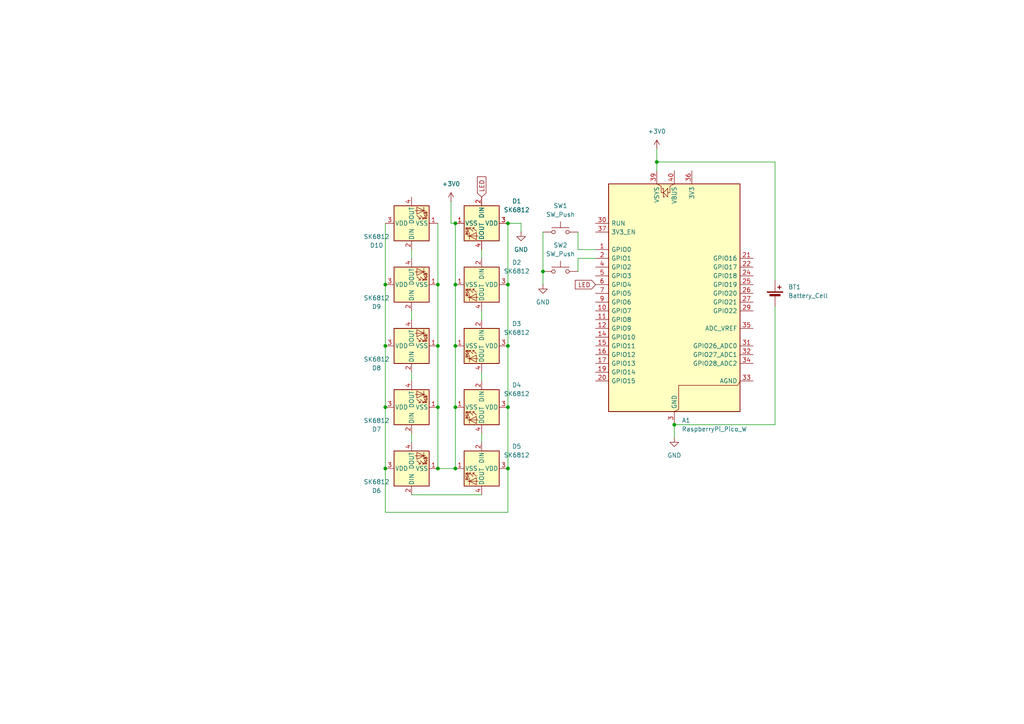
<source format=kicad_sch>
(kicad_sch
	(version 20250114)
	(generator "eeschema")
	(generator_version "9.0")
	(uuid "bbc3c176-95f3-4883-b1b3-b38051d98040")
	(paper "A4")
	(lib_symbols
		(symbol "Device:Battery_Cell"
			(pin_numbers
				(hide yes)
			)
			(pin_names
				(offset 0)
				(hide yes)
			)
			(exclude_from_sim no)
			(in_bom yes)
			(on_board yes)
			(property "Reference" "BT"
				(at 2.54 2.54 0)
				(effects
					(font
						(size 1.27 1.27)
					)
					(justify left)
				)
			)
			(property "Value" "Battery_Cell"
				(at 2.54 0 0)
				(effects
					(font
						(size 1.27 1.27)
					)
					(justify left)
				)
			)
			(property "Footprint" ""
				(at 0 1.524 90)
				(effects
					(font
						(size 1.27 1.27)
					)
					(hide yes)
				)
			)
			(property "Datasheet" "~"
				(at 0 1.524 90)
				(effects
					(font
						(size 1.27 1.27)
					)
					(hide yes)
				)
			)
			(property "Description" "Single-cell battery"
				(at 0 0 0)
				(effects
					(font
						(size 1.27 1.27)
					)
					(hide yes)
				)
			)
			(property "ki_keywords" "battery cell"
				(at 0 0 0)
				(effects
					(font
						(size 1.27 1.27)
					)
					(hide yes)
				)
			)
			(symbol "Battery_Cell_0_1"
				(rectangle
					(start -2.286 1.778)
					(end 2.286 1.524)
					(stroke
						(width 0)
						(type default)
					)
					(fill
						(type outline)
					)
				)
				(rectangle
					(start -1.524 1.016)
					(end 1.524 0.508)
					(stroke
						(width 0)
						(type default)
					)
					(fill
						(type outline)
					)
				)
				(polyline
					(pts
						(xy 0 1.778) (xy 0 2.54)
					)
					(stroke
						(width 0)
						(type default)
					)
					(fill
						(type none)
					)
				)
				(polyline
					(pts
						(xy 0 0.762) (xy 0 0)
					)
					(stroke
						(width 0)
						(type default)
					)
					(fill
						(type none)
					)
				)
				(polyline
					(pts
						(xy 0.762 3.048) (xy 1.778 3.048)
					)
					(stroke
						(width 0.254)
						(type default)
					)
					(fill
						(type none)
					)
				)
				(polyline
					(pts
						(xy 1.27 3.556) (xy 1.27 2.54)
					)
					(stroke
						(width 0.254)
						(type default)
					)
					(fill
						(type none)
					)
				)
			)
			(symbol "Battery_Cell_1_1"
				(pin passive line
					(at 0 5.08 270)
					(length 2.54)
					(name "+"
						(effects
							(font
								(size 1.27 1.27)
							)
						)
					)
					(number "1"
						(effects
							(font
								(size 1.27 1.27)
							)
						)
					)
				)
				(pin passive line
					(at 0 -2.54 90)
					(length 2.54)
					(name "-"
						(effects
							(font
								(size 1.27 1.27)
							)
						)
					)
					(number "2"
						(effects
							(font
								(size 1.27 1.27)
							)
						)
					)
				)
			)
			(embedded_fonts no)
		)
		(symbol "LED:SK6812"
			(pin_names
				(offset 0.254)
			)
			(exclude_from_sim no)
			(in_bom yes)
			(on_board yes)
			(property "Reference" "D"
				(at 5.08 5.715 0)
				(effects
					(font
						(size 1.27 1.27)
					)
					(justify right bottom)
				)
			)
			(property "Value" "SK6812"
				(at 1.27 -5.715 0)
				(effects
					(font
						(size 1.27 1.27)
					)
					(justify left top)
				)
			)
			(property "Footprint" "LED_SMD:LED_SK6812_PLCC4_5.0x5.0mm_P3.2mm"
				(at 1.27 -7.62 0)
				(effects
					(font
						(size 1.27 1.27)
					)
					(justify left top)
					(hide yes)
				)
			)
			(property "Datasheet" "https://cdn-shop.adafruit.com/product-files/1138/SK6812+LED+datasheet+.pdf"
				(at 2.54 -9.525 0)
				(effects
					(font
						(size 1.27 1.27)
					)
					(justify left top)
					(hide yes)
				)
			)
			(property "Description" "RGB LED with integrated controller"
				(at 0 0 0)
				(effects
					(font
						(size 1.27 1.27)
					)
					(hide yes)
				)
			)
			(property "ki_keywords" "RGB LED NeoPixel addressable"
				(at 0 0 0)
				(effects
					(font
						(size 1.27 1.27)
					)
					(hide yes)
				)
			)
			(property "ki_fp_filters" "LED*SK6812*PLCC*5.0x5.0mm*P3.2mm*"
				(at 0 0 0)
				(effects
					(font
						(size 1.27 1.27)
					)
					(hide yes)
				)
			)
			(symbol "SK6812_0_0"
				(text "RGB"
					(at 2.286 -4.191 0)
					(effects
						(font
							(size 0.762 0.762)
						)
					)
				)
			)
			(symbol "SK6812_0_1"
				(polyline
					(pts
						(xy 1.27 -2.54) (xy 1.778 -2.54)
					)
					(stroke
						(width 0)
						(type default)
					)
					(fill
						(type none)
					)
				)
				(polyline
					(pts
						(xy 1.27 -3.556) (xy 1.778 -3.556)
					)
					(stroke
						(width 0)
						(type default)
					)
					(fill
						(type none)
					)
				)
				(polyline
					(pts
						(xy 2.286 -1.524) (xy 1.27 -2.54) (xy 1.27 -2.032)
					)
					(stroke
						(width 0)
						(type default)
					)
					(fill
						(type none)
					)
				)
				(polyline
					(pts
						(xy 2.286 -2.54) (xy 1.27 -3.556) (xy 1.27 -3.048)
					)
					(stroke
						(width 0)
						(type default)
					)
					(fill
						(type none)
					)
				)
				(polyline
					(pts
						(xy 3.683 -1.016) (xy 3.683 -3.556) (xy 3.683 -4.064)
					)
					(stroke
						(width 0)
						(type default)
					)
					(fill
						(type none)
					)
				)
				(polyline
					(pts
						(xy 4.699 -1.524) (xy 2.667 -1.524) (xy 3.683 -3.556) (xy 4.699 -1.524)
					)
					(stroke
						(width 0)
						(type default)
					)
					(fill
						(type none)
					)
				)
				(polyline
					(pts
						(xy 4.699 -3.556) (xy 2.667 -3.556)
					)
					(stroke
						(width 0)
						(type default)
					)
					(fill
						(type none)
					)
				)
				(rectangle
					(start 5.08 5.08)
					(end -5.08 -5.08)
					(stroke
						(width 0.254)
						(type default)
					)
					(fill
						(type background)
					)
				)
			)
			(symbol "SK6812_1_1"
				(pin input line
					(at -7.62 0 0)
					(length 2.54)
					(name "DIN"
						(effects
							(font
								(size 1.27 1.27)
							)
						)
					)
					(number "2"
						(effects
							(font
								(size 1.27 1.27)
							)
						)
					)
				)
				(pin power_in line
					(at 0 7.62 270)
					(length 2.54)
					(name "VDD"
						(effects
							(font
								(size 1.27 1.27)
							)
						)
					)
					(number "3"
						(effects
							(font
								(size 1.27 1.27)
							)
						)
					)
				)
				(pin power_in line
					(at 0 -7.62 90)
					(length 2.54)
					(name "VSS"
						(effects
							(font
								(size 1.27 1.27)
							)
						)
					)
					(number "1"
						(effects
							(font
								(size 1.27 1.27)
							)
						)
					)
				)
				(pin output line
					(at 7.62 0 180)
					(length 2.54)
					(name "DOUT"
						(effects
							(font
								(size 1.27 1.27)
							)
						)
					)
					(number "4"
						(effects
							(font
								(size 1.27 1.27)
							)
						)
					)
				)
			)
			(embedded_fonts no)
		)
		(symbol "MCU_Module:RaspberryPi_Pico_W"
			(pin_names
				(offset 0.762)
			)
			(exclude_from_sim no)
			(in_bom yes)
			(on_board yes)
			(property "Reference" "A"
				(at -19.05 35.56 0)
				(effects
					(font
						(size 1.27 1.27)
					)
					(justify left)
				)
			)
			(property "Value" "RaspberryPi_Pico_W"
				(at 7.62 35.56 0)
				(effects
					(font
						(size 1.27 1.27)
					)
					(justify left)
				)
			)
			(property "Footprint" "Module:RaspberryPi_Pico_W_SMD_HandSolder"
				(at 0 -46.99 0)
				(effects
					(font
						(size 1.27 1.27)
					)
					(hide yes)
				)
			)
			(property "Datasheet" "https://datasheets.raspberrypi.com/picow/pico-w-datasheet.pdf"
				(at 0 -49.53 0)
				(effects
					(font
						(size 1.27 1.27)
					)
					(hide yes)
				)
			)
			(property "Description" "Versatile and inexpensive wireless microcontroller module powered by RP2040 dual-core Arm Cortex-M0+ processor up to 133 MHz, 264kB SRAM, 2MB QSPI flash, Infineon CYW43439 2.4GHz 802.11n wireless LAN; also supports Raspberry Pi Pico 2 W"
				(at 0 -52.07 0)
				(effects
					(font
						(size 1.27 1.27)
					)
					(hide yes)
				)
			)
			(property "ki_keywords" "RP2350A M33 RISC-V Hazard3 usb wifi bluetooth"
				(at 0 0 0)
				(effects
					(font
						(size 1.27 1.27)
					)
					(hide yes)
				)
			)
			(property "ki_fp_filters" "RaspberryPi?Pico?Common* RaspberryPi?Pico?W?SMD*"
				(at 0 0 0)
				(effects
					(font
						(size 1.27 1.27)
					)
					(hide yes)
				)
			)
			(symbol "RaspberryPi_Pico_W_0_1"
				(rectangle
					(start -19.05 34.29)
					(end 19.05 -31.75)
					(stroke
						(width 0.254)
						(type default)
					)
					(fill
						(type background)
					)
				)
				(polyline
					(pts
						(xy -5.08 34.29) (xy -3.81 33.655) (xy -3.81 31.75) (xy -3.175 31.75)
					)
					(stroke
						(width 0)
						(type default)
					)
					(fill
						(type none)
					)
				)
				(polyline
					(pts
						(xy -3.429 32.766) (xy -3.429 33.02) (xy -3.175 33.02) (xy -3.175 30.48) (xy -2.921 30.48) (xy -2.921 30.734)
					)
					(stroke
						(width 0)
						(type default)
					)
					(fill
						(type none)
					)
				)
				(polyline
					(pts
						(xy -3.175 31.75) (xy -1.905 33.02) (xy -1.905 30.48) (xy -3.175 31.75)
					)
					(stroke
						(width 0)
						(type default)
					)
					(fill
						(type none)
					)
				)
				(polyline
					(pts
						(xy 0 34.29) (xy -1.27 33.655) (xy -1.27 31.75) (xy -1.905 31.75)
					)
					(stroke
						(width 0)
						(type default)
					)
					(fill
						(type none)
					)
				)
				(polyline
					(pts
						(xy 0 -31.75) (xy 1.27 -31.115) (xy 1.27 -24.13) (xy 18.415 -24.13) (xy 19.05 -22.86)
					)
					(stroke
						(width 0)
						(type default)
					)
					(fill
						(type none)
					)
				)
			)
			(symbol "RaspberryPi_Pico_W_1_1"
				(pin passive line
					(at -22.86 22.86 0)
					(length 3.81)
					(name "RUN"
						(effects
							(font
								(size 1.27 1.27)
							)
						)
					)
					(number "30"
						(effects
							(font
								(size 1.27 1.27)
							)
						)
					)
					(alternate "~{RESET}" passive line)
				)
				(pin passive line
					(at -22.86 20.32 0)
					(length 3.81)
					(name "3V3_EN"
						(effects
							(font
								(size 1.27 1.27)
							)
						)
					)
					(number "37"
						(effects
							(font
								(size 1.27 1.27)
							)
						)
					)
					(alternate "~{3V3_DISABLE}" passive line)
				)
				(pin bidirectional line
					(at -22.86 15.24 0)
					(length 3.81)
					(name "GPIO0"
						(effects
							(font
								(size 1.27 1.27)
							)
						)
					)
					(number "1"
						(effects
							(font
								(size 1.27 1.27)
							)
						)
					)
					(alternate "I2C0_SDA" bidirectional line)
					(alternate "PWM0_A" output line)
					(alternate "SPI0_RX" input line)
					(alternate "UART0_TX" output line)
					(alternate "USB_OVCUR_DET" input line)
				)
				(pin bidirectional line
					(at -22.86 12.7 0)
					(length 3.81)
					(name "GPIO1"
						(effects
							(font
								(size 1.27 1.27)
							)
						)
					)
					(number "2"
						(effects
							(font
								(size 1.27 1.27)
							)
						)
					)
					(alternate "I2C0_SCL" bidirectional clock)
					(alternate "PWM0_B" bidirectional line)
					(alternate "UART0_RX" input line)
					(alternate "USB_VBUS_DET" passive line)
					(alternate "~{SPI0_CSn}" bidirectional line)
				)
				(pin bidirectional line
					(at -22.86 10.16 0)
					(length 3.81)
					(name "GPIO2"
						(effects
							(font
								(size 1.27 1.27)
							)
						)
					)
					(number "4"
						(effects
							(font
								(size 1.27 1.27)
							)
						)
					)
					(alternate "I2C1_SDA" bidirectional line)
					(alternate "PWM1_A" output line)
					(alternate "SPI0_SCK" bidirectional clock)
					(alternate "UART0_CTS" input line)
					(alternate "USB_VBUS_EN" output line)
				)
				(pin bidirectional line
					(at -22.86 7.62 0)
					(length 3.81)
					(name "GPIO3"
						(effects
							(font
								(size 1.27 1.27)
							)
						)
					)
					(number "5"
						(effects
							(font
								(size 1.27 1.27)
							)
						)
					)
					(alternate "I2C1_SCL" bidirectional clock)
					(alternate "PWM1_B" bidirectional line)
					(alternate "SPI0_TX" output line)
					(alternate "UART0_RTS" output line)
					(alternate "USB_OVCUR_DET" input line)
				)
				(pin bidirectional line
					(at -22.86 5.08 0)
					(length 3.81)
					(name "GPIO4"
						(effects
							(font
								(size 1.27 1.27)
							)
						)
					)
					(number "6"
						(effects
							(font
								(size 1.27 1.27)
							)
						)
					)
					(alternate "I2C0_SDA" bidirectional line)
					(alternate "PWM2_A" output line)
					(alternate "SPI0_RX" input line)
					(alternate "UART1_TX" output line)
					(alternate "USB_VBUS_DET" input line)
				)
				(pin bidirectional line
					(at -22.86 2.54 0)
					(length 3.81)
					(name "GPIO5"
						(effects
							(font
								(size 1.27 1.27)
							)
						)
					)
					(number "7"
						(effects
							(font
								(size 1.27 1.27)
							)
						)
					)
					(alternate "I2C0_SCL" bidirectional clock)
					(alternate "PWM2_B" bidirectional line)
					(alternate "UART1_RX" input line)
					(alternate "USB_VBUS_EN" output line)
					(alternate "~{SPI0_CSn}" bidirectional line)
				)
				(pin bidirectional line
					(at -22.86 0 0)
					(length 3.81)
					(name "GPIO6"
						(effects
							(font
								(size 1.27 1.27)
							)
						)
					)
					(number "9"
						(effects
							(font
								(size 1.27 1.27)
							)
						)
					)
					(alternate "I2C1_SDA" bidirectional line)
					(alternate "PWM3_A" output line)
					(alternate "SPI0_SCK" bidirectional clock)
					(alternate "UART1_CTS" input line)
					(alternate "USB_OVCUR_DET" input line)
				)
				(pin bidirectional line
					(at -22.86 -2.54 0)
					(length 3.81)
					(name "GPIO7"
						(effects
							(font
								(size 1.27 1.27)
							)
						)
					)
					(number "10"
						(effects
							(font
								(size 1.27 1.27)
							)
						)
					)
					(alternate "I2C1_SCL" bidirectional clock)
					(alternate "PWM3_B" bidirectional line)
					(alternate "SPI0_TX" output line)
					(alternate "UART1_RTS" output line)
					(alternate "USB_VBUS_DET" input line)
				)
				(pin bidirectional line
					(at -22.86 -5.08 0)
					(length 3.81)
					(name "GPIO8"
						(effects
							(font
								(size 1.27 1.27)
							)
						)
					)
					(number "11"
						(effects
							(font
								(size 1.27 1.27)
							)
						)
					)
					(alternate "I2C0_SDA" bidirectional line)
					(alternate "PWM4_A" output line)
					(alternate "SPI1_RX" input line)
					(alternate "UART1_TX" output line)
					(alternate "USB_VBUS_EN" output line)
				)
				(pin bidirectional line
					(at -22.86 -7.62 0)
					(length 3.81)
					(name "GPIO9"
						(effects
							(font
								(size 1.27 1.27)
							)
						)
					)
					(number "12"
						(effects
							(font
								(size 1.27 1.27)
							)
						)
					)
					(alternate "I2C0_SCL" bidirectional clock)
					(alternate "PWM4_B" bidirectional line)
					(alternate "UART1_RX" input line)
					(alternate "USB_OVCUR_DET" input line)
					(alternate "~{SPI1_CSn}" bidirectional line)
				)
				(pin bidirectional line
					(at -22.86 -10.16 0)
					(length 3.81)
					(name "GPIO10"
						(effects
							(font
								(size 1.27 1.27)
							)
						)
					)
					(number "14"
						(effects
							(font
								(size 1.27 1.27)
							)
						)
					)
					(alternate "I2C1_SDA" bidirectional line)
					(alternate "PWM5_A" output line)
					(alternate "SPI1_SCK" bidirectional clock)
					(alternate "UART1_CTS" input line)
					(alternate "USB_VBUS_DET" input line)
				)
				(pin bidirectional line
					(at -22.86 -12.7 0)
					(length 3.81)
					(name "GPIO11"
						(effects
							(font
								(size 1.27 1.27)
							)
						)
					)
					(number "15"
						(effects
							(font
								(size 1.27 1.27)
							)
						)
					)
					(alternate "I2C1_SCL" bidirectional clock)
					(alternate "PWM5_B" bidirectional line)
					(alternate "SPI1_TX" output line)
					(alternate "UART1_RTS" output line)
					(alternate "USB_VBUS_EN" output line)
				)
				(pin bidirectional line
					(at -22.86 -15.24 0)
					(length 3.81)
					(name "GPIO12"
						(effects
							(font
								(size 1.27 1.27)
							)
						)
					)
					(number "16"
						(effects
							(font
								(size 1.27 1.27)
							)
						)
					)
					(alternate "I2C0_SDA" bidirectional line)
					(alternate "PWM6_A" output line)
					(alternate "SPI1_RX" input line)
					(alternate "UART0_TX" output line)
					(alternate "USB_OVCUR_DET" input line)
				)
				(pin bidirectional line
					(at -22.86 -17.78 0)
					(length 3.81)
					(name "GPIO13"
						(effects
							(font
								(size 1.27 1.27)
							)
						)
					)
					(number "17"
						(effects
							(font
								(size 1.27 1.27)
							)
						)
					)
					(alternate "I2C0_SCL" bidirectional clock)
					(alternate "PWM6_B" bidirectional line)
					(alternate "UART0_RX" input line)
					(alternate "USB_VBUS_DET" input line)
					(alternate "~{SPI1_CSn}" bidirectional line)
				)
				(pin bidirectional line
					(at -22.86 -20.32 0)
					(length 3.81)
					(name "GPIO14"
						(effects
							(font
								(size 1.27 1.27)
							)
						)
					)
					(number "19"
						(effects
							(font
								(size 1.27 1.27)
							)
						)
					)
					(alternate "I2C1_SDA" bidirectional line)
					(alternate "PWM7_A" output line)
					(alternate "SPI1_SCK" bidirectional clock)
					(alternate "UART0_CTS" input line)
					(alternate "USB_VBUS_EN" output line)
				)
				(pin bidirectional line
					(at -22.86 -22.86 0)
					(length 3.81)
					(name "GPIO15"
						(effects
							(font
								(size 1.27 1.27)
							)
						)
					)
					(number "20"
						(effects
							(font
								(size 1.27 1.27)
							)
						)
					)
					(alternate "I2C1_SCL" bidirectional clock)
					(alternate "PWM7_B" bidirectional line)
					(alternate "SPI1_TX" output line)
					(alternate "UART0_RTS" output line)
					(alternate "USB_OVCUR_DET" input line)
				)
				(pin power_in line
					(at -5.08 38.1 270)
					(length 3.81)
					(name "VSYS"
						(effects
							(font
								(size 1.27 1.27)
							)
						)
					)
					(number "39"
						(effects
							(font
								(size 1.27 1.27)
							)
						)
					)
					(alternate "VSYS_OUT" power_out line)
				)
				(pin power_out line
					(at 0 38.1 270)
					(length 3.81)
					(name "VBUS"
						(effects
							(font
								(size 1.27 1.27)
							)
						)
					)
					(number "40"
						(effects
							(font
								(size 1.27 1.27)
							)
						)
					)
					(alternate "VBUS_IN" power_in line)
				)
				(pin passive line
					(at 0 -35.56 90)
					(length 3.81)
					(hide yes)
					(name "GND"
						(effects
							(font
								(size 1.27 1.27)
							)
						)
					)
					(number "13"
						(effects
							(font
								(size 1.27 1.27)
							)
						)
					)
				)
				(pin passive line
					(at 0 -35.56 90)
					(length 3.81)
					(hide yes)
					(name "GND"
						(effects
							(font
								(size 1.27 1.27)
							)
						)
					)
					(number "18"
						(effects
							(font
								(size 1.27 1.27)
							)
						)
					)
				)
				(pin passive line
					(at 0 -35.56 90)
					(length 3.81)
					(hide yes)
					(name "GND"
						(effects
							(font
								(size 1.27 1.27)
							)
						)
					)
					(number "23"
						(effects
							(font
								(size 1.27 1.27)
							)
						)
					)
				)
				(pin passive line
					(at 0 -35.56 90)
					(length 3.81)
					(hide yes)
					(name "GND"
						(effects
							(font
								(size 1.27 1.27)
							)
						)
					)
					(number "28"
						(effects
							(font
								(size 1.27 1.27)
							)
						)
					)
				)
				(pin power_out line
					(at 0 -35.56 90)
					(length 3.81)
					(name "GND"
						(effects
							(font
								(size 1.27 1.27)
							)
						)
					)
					(number "3"
						(effects
							(font
								(size 1.27 1.27)
							)
						)
					)
					(alternate "GND_IN" power_in line)
				)
				(pin passive line
					(at 0 -35.56 90)
					(length 3.81)
					(hide yes)
					(name "GND"
						(effects
							(font
								(size 1.27 1.27)
							)
						)
					)
					(number "38"
						(effects
							(font
								(size 1.27 1.27)
							)
						)
					)
				)
				(pin passive line
					(at 0 -35.56 90)
					(length 3.81)
					(hide yes)
					(name "GND"
						(effects
							(font
								(size 1.27 1.27)
							)
						)
					)
					(number "8"
						(effects
							(font
								(size 1.27 1.27)
							)
						)
					)
				)
				(pin power_out line
					(at 5.08 38.1 270)
					(length 3.81)
					(name "3V3"
						(effects
							(font
								(size 1.27 1.27)
							)
						)
					)
					(number "36"
						(effects
							(font
								(size 1.27 1.27)
							)
						)
					)
				)
				(pin bidirectional line
					(at 22.86 12.7 180)
					(length 3.81)
					(name "GPIO16"
						(effects
							(font
								(size 1.27 1.27)
							)
						)
					)
					(number "21"
						(effects
							(font
								(size 1.27 1.27)
							)
						)
					)
					(alternate "I2C0_SDA" bidirectional line)
					(alternate "PWM0_A" output line)
					(alternate "SPI0_RX" input line)
					(alternate "UART0_TX" output line)
					(alternate "USB_VBUS_DET" input line)
				)
				(pin bidirectional line
					(at 22.86 10.16 180)
					(length 3.81)
					(name "GPIO17"
						(effects
							(font
								(size 1.27 1.27)
							)
						)
					)
					(number "22"
						(effects
							(font
								(size 1.27 1.27)
							)
						)
					)
					(alternate "I2C0_SCL" bidirectional clock)
					(alternate "PWM0_B" bidirectional line)
					(alternate "UART0_RX" input line)
					(alternate "USB_VBUS_EN" output line)
					(alternate "~{SPI0_CSn}" bidirectional line)
				)
				(pin bidirectional line
					(at 22.86 7.62 180)
					(length 3.81)
					(name "GPIO18"
						(effects
							(font
								(size 1.27 1.27)
							)
						)
					)
					(number "24"
						(effects
							(font
								(size 1.27 1.27)
							)
						)
					)
					(alternate "I2C1_SDA" bidirectional line)
					(alternate "PWM1_A" output line)
					(alternate "SPI0_SCK" bidirectional clock)
					(alternate "UART0_CTS" input line)
					(alternate "USB_OVCUR_DET" input line)
				)
				(pin bidirectional line
					(at 22.86 5.08 180)
					(length 3.81)
					(name "GPIO19"
						(effects
							(font
								(size 1.27 1.27)
							)
						)
					)
					(number "25"
						(effects
							(font
								(size 1.27 1.27)
							)
						)
					)
					(alternate "I2C1_SCL" bidirectional clock)
					(alternate "PWM1_B" bidirectional line)
					(alternate "SPI0_TX" output line)
					(alternate "UART0_RTS" output line)
					(alternate "USB_VBUS_DET" input line)
				)
				(pin bidirectional line
					(at 22.86 2.54 180)
					(length 3.81)
					(name "GPIO20"
						(effects
							(font
								(size 1.27 1.27)
							)
						)
					)
					(number "26"
						(effects
							(font
								(size 1.27 1.27)
							)
						)
					)
					(alternate "CLOCK_GPIN0" input clock)
					(alternate "I2C0_SDA" bidirectional line)
					(alternate "PWM2_A" output line)
					(alternate "SPI0_RX" input line)
					(alternate "UART1_TX" output line)
					(alternate "USB_VBUS_EN" output line)
				)
				(pin bidirectional line
					(at 22.86 0 180)
					(length 3.81)
					(name "GPIO21"
						(effects
							(font
								(size 1.27 1.27)
							)
						)
					)
					(number "27"
						(effects
							(font
								(size 1.27 1.27)
							)
						)
					)
					(alternate "CLOCK_GPOUT0" output clock)
					(alternate "I2C0_SCL" bidirectional clock)
					(alternate "PWM2_B" bidirectional line)
					(alternate "UART1_RX" input line)
					(alternate "USB_OVCUR_DET" input line)
					(alternate "~{SPI0_CSn}" bidirectional line)
				)
				(pin bidirectional line
					(at 22.86 -2.54 180)
					(length 3.81)
					(name "GPIO22"
						(effects
							(font
								(size 1.27 1.27)
							)
						)
					)
					(number "29"
						(effects
							(font
								(size 1.27 1.27)
							)
						)
					)
					(alternate "CLOCK_GPIN1" input clock)
					(alternate "I2C1_SDA" bidirectional line)
					(alternate "PWM3_A" output line)
					(alternate "SPI0_SCK" bidirectional clock)
					(alternate "UART1_CTS" input line)
					(alternate "USB_VBUS_DET" input line)
				)
				(pin power_in line
					(at 22.86 -7.62 180)
					(length 3.81)
					(name "ADC_VREF"
						(effects
							(font
								(size 1.27 1.27)
							)
						)
					)
					(number "35"
						(effects
							(font
								(size 1.27 1.27)
							)
						)
					)
				)
				(pin bidirectional line
					(at 22.86 -12.7 180)
					(length 3.81)
					(name "GPIO26_ADC0"
						(effects
							(font
								(size 1.27 1.27)
							)
						)
					)
					(number "31"
						(effects
							(font
								(size 1.27 1.27)
							)
						)
					)
					(alternate "ADC0" input line)
					(alternate "GPIO26" bidirectional line)
					(alternate "I2C1_SDA" bidirectional line)
					(alternate "PWM5_A" output line)
					(alternate "SPI1_SCK" bidirectional clock)
					(alternate "UART1_CTS" input line)
					(alternate "USB_VBUS_EN" output line)
				)
				(pin bidirectional line
					(at 22.86 -15.24 180)
					(length 3.81)
					(name "GPIO27_ADC1"
						(effects
							(font
								(size 1.27 1.27)
							)
						)
					)
					(number "32"
						(effects
							(font
								(size 1.27 1.27)
							)
						)
					)
					(alternate "ADC1" input line)
					(alternate "GPIO27" bidirectional line)
					(alternate "I2C1_SCL" bidirectional clock)
					(alternate "PWM5_B" bidirectional line)
					(alternate "SPI1_TX" output line)
					(alternate "UART1_RTS" output line)
					(alternate "USB_OVCUR_DET" input line)
				)
				(pin bidirectional line
					(at 22.86 -17.78 180)
					(length 3.81)
					(name "GPIO28_ADC2"
						(effects
							(font
								(size 1.27 1.27)
							)
						)
					)
					(number "34"
						(effects
							(font
								(size 1.27 1.27)
							)
						)
					)
					(alternate "ADC2" input line)
					(alternate "GPIO28" bidirectional line)
					(alternate "I2C0_SDA" bidirectional line)
					(alternate "PWM6_A" output line)
					(alternate "SPI1_RX" input line)
					(alternate "UART0_TX" output line)
					(alternate "USB_VBUS_DET" input line)
				)
				(pin power_out line
					(at 22.86 -22.86 180)
					(length 3.81)
					(name "AGND"
						(effects
							(font
								(size 1.27 1.27)
							)
						)
					)
					(number "33"
						(effects
							(font
								(size 1.27 1.27)
							)
						)
					)
					(alternate "GND" passive line)
				)
			)
			(embedded_fonts no)
		)
		(symbol "Switch:SW_Push"
			(pin_numbers
				(hide yes)
			)
			(pin_names
				(offset 1.016)
				(hide yes)
			)
			(exclude_from_sim no)
			(in_bom yes)
			(on_board yes)
			(property "Reference" "SW"
				(at 1.27 2.54 0)
				(effects
					(font
						(size 1.27 1.27)
					)
					(justify left)
				)
			)
			(property "Value" "SW_Push"
				(at 0 -1.524 0)
				(effects
					(font
						(size 1.27 1.27)
					)
				)
			)
			(property "Footprint" ""
				(at 0 5.08 0)
				(effects
					(font
						(size 1.27 1.27)
					)
					(hide yes)
				)
			)
			(property "Datasheet" "~"
				(at 0 5.08 0)
				(effects
					(font
						(size 1.27 1.27)
					)
					(hide yes)
				)
			)
			(property "Description" "Push button switch, generic, two pins"
				(at 0 0 0)
				(effects
					(font
						(size 1.27 1.27)
					)
					(hide yes)
				)
			)
			(property "ki_keywords" "switch normally-open pushbutton push-button"
				(at 0 0 0)
				(effects
					(font
						(size 1.27 1.27)
					)
					(hide yes)
				)
			)
			(symbol "SW_Push_0_1"
				(circle
					(center -2.032 0)
					(radius 0.508)
					(stroke
						(width 0)
						(type default)
					)
					(fill
						(type none)
					)
				)
				(polyline
					(pts
						(xy 0 1.27) (xy 0 3.048)
					)
					(stroke
						(width 0)
						(type default)
					)
					(fill
						(type none)
					)
				)
				(circle
					(center 2.032 0)
					(radius 0.508)
					(stroke
						(width 0)
						(type default)
					)
					(fill
						(type none)
					)
				)
				(polyline
					(pts
						(xy 2.54 1.27) (xy -2.54 1.27)
					)
					(stroke
						(width 0)
						(type default)
					)
					(fill
						(type none)
					)
				)
				(pin passive line
					(at -5.08 0 0)
					(length 2.54)
					(name "1"
						(effects
							(font
								(size 1.27 1.27)
							)
						)
					)
					(number "1"
						(effects
							(font
								(size 1.27 1.27)
							)
						)
					)
				)
				(pin passive line
					(at 5.08 0 180)
					(length 2.54)
					(name "2"
						(effects
							(font
								(size 1.27 1.27)
							)
						)
					)
					(number "2"
						(effects
							(font
								(size 1.27 1.27)
							)
						)
					)
				)
			)
			(embedded_fonts no)
		)
		(symbol "power:+3V0"
			(power)
			(pin_numbers
				(hide yes)
			)
			(pin_names
				(offset 0)
				(hide yes)
			)
			(exclude_from_sim no)
			(in_bom yes)
			(on_board yes)
			(property "Reference" "#PWR"
				(at 0 -3.81 0)
				(effects
					(font
						(size 1.27 1.27)
					)
					(hide yes)
				)
			)
			(property "Value" "+3V0"
				(at 0 3.556 0)
				(effects
					(font
						(size 1.27 1.27)
					)
				)
			)
			(property "Footprint" ""
				(at 0 0 0)
				(effects
					(font
						(size 1.27 1.27)
					)
					(hide yes)
				)
			)
			(property "Datasheet" ""
				(at 0 0 0)
				(effects
					(font
						(size 1.27 1.27)
					)
					(hide yes)
				)
			)
			(property "Description" "Power symbol creates a global label with name \"+3V0\""
				(at 0 0 0)
				(effects
					(font
						(size 1.27 1.27)
					)
					(hide yes)
				)
			)
			(property "ki_keywords" "global power"
				(at 0 0 0)
				(effects
					(font
						(size 1.27 1.27)
					)
					(hide yes)
				)
			)
			(symbol "+3V0_0_1"
				(polyline
					(pts
						(xy -0.762 1.27) (xy 0 2.54)
					)
					(stroke
						(width 0)
						(type default)
					)
					(fill
						(type none)
					)
				)
				(polyline
					(pts
						(xy 0 2.54) (xy 0.762 1.27)
					)
					(stroke
						(width 0)
						(type default)
					)
					(fill
						(type none)
					)
				)
				(polyline
					(pts
						(xy 0 0) (xy 0 2.54)
					)
					(stroke
						(width 0)
						(type default)
					)
					(fill
						(type none)
					)
				)
			)
			(symbol "+3V0_1_1"
				(pin power_in line
					(at 0 0 90)
					(length 0)
					(name "~"
						(effects
							(font
								(size 1.27 1.27)
							)
						)
					)
					(number "1"
						(effects
							(font
								(size 1.27 1.27)
							)
						)
					)
				)
			)
			(embedded_fonts no)
		)
		(symbol "power:GND"
			(power)
			(pin_numbers
				(hide yes)
			)
			(pin_names
				(offset 0)
				(hide yes)
			)
			(exclude_from_sim no)
			(in_bom yes)
			(on_board yes)
			(property "Reference" "#PWR"
				(at 0 -6.35 0)
				(effects
					(font
						(size 1.27 1.27)
					)
					(hide yes)
				)
			)
			(property "Value" "GND"
				(at 0 -3.81 0)
				(effects
					(font
						(size 1.27 1.27)
					)
				)
			)
			(property "Footprint" ""
				(at 0 0 0)
				(effects
					(font
						(size 1.27 1.27)
					)
					(hide yes)
				)
			)
			(property "Datasheet" ""
				(at 0 0 0)
				(effects
					(font
						(size 1.27 1.27)
					)
					(hide yes)
				)
			)
			(property "Description" "Power symbol creates a global label with name \"GND\" , ground"
				(at 0 0 0)
				(effects
					(font
						(size 1.27 1.27)
					)
					(hide yes)
				)
			)
			(property "ki_keywords" "global power"
				(at 0 0 0)
				(effects
					(font
						(size 1.27 1.27)
					)
					(hide yes)
				)
			)
			(symbol "GND_0_1"
				(polyline
					(pts
						(xy 0 0) (xy 0 -1.27) (xy 1.27 -1.27) (xy 0 -2.54) (xy -1.27 -1.27) (xy 0 -1.27)
					)
					(stroke
						(width 0)
						(type default)
					)
					(fill
						(type none)
					)
				)
			)
			(symbol "GND_1_1"
				(pin power_in line
					(at 0 0 270)
					(length 0)
					(name "~"
						(effects
							(font
								(size 1.27 1.27)
							)
						)
					)
					(number "1"
						(effects
							(font
								(size 1.27 1.27)
							)
						)
					)
				)
			)
			(embedded_fonts no)
		)
	)
	(junction
		(at 157.48 78.74)
		(diameter 0)
		(color 0 0 0 0)
		(uuid "046acecc-c7e7-41d0-9c69-d3c9c398c7fe")
	)
	(junction
		(at 147.32 100.33)
		(diameter 0)
		(color 0 0 0 0)
		(uuid "29716ad2-d41c-4c15-a89f-8b4fb770c23c")
	)
	(junction
		(at 111.76 118.11)
		(diameter 0)
		(color 0 0 0 0)
		(uuid "2f0ed932-e59c-4745-b5e0-94fc884d4cb2")
	)
	(junction
		(at 132.08 64.77)
		(diameter 0)
		(color 0 0 0 0)
		(uuid "349cf1ab-44e2-4cff-ae3e-73d646879648")
	)
	(junction
		(at 147.32 82.55)
		(diameter 0)
		(color 0 0 0 0)
		(uuid "3df9a047-f471-4000-af24-05448dbd2cd5")
	)
	(junction
		(at 195.58 123.19)
		(diameter 0)
		(color 0 0 0 0)
		(uuid "4c8b9c99-b2a0-4bc0-9aac-7fbaee33970a")
	)
	(junction
		(at 111.76 100.33)
		(diameter 0)
		(color 0 0 0 0)
		(uuid "783a43bb-01d3-443e-a89e-4806c346ce2b")
	)
	(junction
		(at 132.08 100.33)
		(diameter 0)
		(color 0 0 0 0)
		(uuid "7848b462-aa6c-4da7-a428-5e756a1b6ebb")
	)
	(junction
		(at 111.76 135.89)
		(diameter 0)
		(color 0 0 0 0)
		(uuid "7d7af752-b489-41ab-b795-f6d41b42fa42")
	)
	(junction
		(at 127 82.55)
		(diameter 0)
		(color 0 0 0 0)
		(uuid "89dd8402-73c4-4841-b122-551789c81750")
	)
	(junction
		(at 190.5 46.99)
		(diameter 0)
		(color 0 0 0 0)
		(uuid "9f0bc77a-2078-4384-836e-6eaaf6491ca6")
	)
	(junction
		(at 132.08 118.11)
		(diameter 0)
		(color 0 0 0 0)
		(uuid "aee14522-72a5-4ca4-9bd9-b8771c00752f")
	)
	(junction
		(at 111.76 82.55)
		(diameter 0)
		(color 0 0 0 0)
		(uuid "b06ca738-3659-49b1-be93-2e831a20c32a")
	)
	(junction
		(at 127 135.89)
		(diameter 0)
		(color 0 0 0 0)
		(uuid "b5f41a7c-5f31-4fab-954b-65c226b6b813")
	)
	(junction
		(at 132.08 82.55)
		(diameter 0)
		(color 0 0 0 0)
		(uuid "d4e88b82-67ab-4876-9dbd-4456e8cfc8b2")
	)
	(junction
		(at 132.08 135.89)
		(diameter 0)
		(color 0 0 0 0)
		(uuid "e1b0cf1b-5a9d-42c3-b127-30fc9a1c61aa")
	)
	(junction
		(at 147.32 135.89)
		(diameter 0)
		(color 0 0 0 0)
		(uuid "e7b5b737-e283-4e32-b909-e4fe29fc489b")
	)
	(junction
		(at 147.32 64.77)
		(diameter 0)
		(color 0 0 0 0)
		(uuid "f238c4e8-4d06-4a30-a619-7afacf414a12")
	)
	(junction
		(at 127 100.33)
		(diameter 0)
		(color 0 0 0 0)
		(uuid "f75701cb-82bb-4371-a8ed-0688250c382c")
	)
	(junction
		(at 147.32 118.11)
		(diameter 0)
		(color 0 0 0 0)
		(uuid "fb8d5cb8-5efb-4eec-9031-6d68cf00ceb4")
	)
	(junction
		(at 127 118.11)
		(diameter 0)
		(color 0 0 0 0)
		(uuid "fd67e86b-2dbd-483c-a035-72945aefcd48")
	)
	(wire
		(pts
			(xy 127 64.77) (xy 127 82.55)
		)
		(stroke
			(width 0)
			(type default)
		)
		(uuid "014904b5-2036-4c22-bdfb-8930d54e0fb2")
	)
	(wire
		(pts
			(xy 147.32 100.33) (xy 147.32 118.11)
		)
		(stroke
			(width 0)
			(type default)
		)
		(uuid "04033196-9466-4011-bd4c-ab2c16a2b429")
	)
	(wire
		(pts
			(xy 139.7 107.95) (xy 139.7 110.49)
		)
		(stroke
			(width 0)
			(type default)
		)
		(uuid "06469b50-e60d-467c-8e12-57c9d10e6068")
	)
	(wire
		(pts
			(xy 111.76 100.33) (xy 111.76 118.11)
		)
		(stroke
			(width 0)
			(type default)
		)
		(uuid "19ac92d2-11b5-4049-92a6-0bcc752d3370")
	)
	(wire
		(pts
			(xy 224.79 46.99) (xy 190.5 46.99)
		)
		(stroke
			(width 0)
			(type default)
		)
		(uuid "1b183122-ee64-4342-884f-92a20577d0de")
	)
	(wire
		(pts
			(xy 147.32 82.55) (xy 147.32 100.33)
		)
		(stroke
			(width 0)
			(type default)
		)
		(uuid "20a5d9cf-f79e-4d26-9403-c68355067a1e")
	)
	(wire
		(pts
			(xy 167.64 78.74) (xy 167.64 74.93)
		)
		(stroke
			(width 0)
			(type default)
		)
		(uuid "2ba6ec08-a7a0-42d5-b7a1-3a04b74957ec")
	)
	(wire
		(pts
			(xy 111.76 118.11) (xy 111.76 135.89)
		)
		(stroke
			(width 0)
			(type default)
		)
		(uuid "2edc6b88-609a-4af0-ba3e-2af8a8a1ec71")
	)
	(wire
		(pts
			(xy 132.08 82.55) (xy 132.08 100.33)
		)
		(stroke
			(width 0)
			(type default)
		)
		(uuid "3070c826-8e6e-4222-b201-0638678bbfa6")
	)
	(wire
		(pts
			(xy 127 118.11) (xy 127 135.89)
		)
		(stroke
			(width 0)
			(type default)
		)
		(uuid "3405262c-5408-47c3-8d48-10371dd4440d")
	)
	(wire
		(pts
			(xy 111.76 64.77) (xy 111.76 82.55)
		)
		(stroke
			(width 0)
			(type default)
		)
		(uuid "3793506f-76b7-48ee-9d72-a3fc088d4086")
	)
	(wire
		(pts
			(xy 147.32 64.77) (xy 147.32 82.55)
		)
		(stroke
			(width 0)
			(type default)
		)
		(uuid "38c01a06-0ff0-40d8-a24b-68b2b6166810")
	)
	(wire
		(pts
			(xy 172.72 72.39) (xy 167.64 72.39)
		)
		(stroke
			(width 0)
			(type default)
		)
		(uuid "3c456b5f-94d4-497b-abb1-8c78d1059a3f")
	)
	(wire
		(pts
			(xy 130.81 58.42) (xy 130.81 64.77)
		)
		(stroke
			(width 0)
			(type default)
		)
		(uuid "3db75707-c3a6-468c-b5af-ac852c7a3513")
	)
	(wire
		(pts
			(xy 224.79 81.28) (xy 224.79 46.99)
		)
		(stroke
			(width 0)
			(type default)
		)
		(uuid "3de83584-5a58-40b9-a783-637cefcb2d24")
	)
	(wire
		(pts
			(xy 139.7 90.17) (xy 139.7 92.71)
		)
		(stroke
			(width 0)
			(type default)
		)
		(uuid "480fc0ba-63c5-4005-a72a-7d024820ad27")
	)
	(wire
		(pts
			(xy 190.5 43.18) (xy 190.5 46.99)
		)
		(stroke
			(width 0)
			(type default)
		)
		(uuid "581c95c1-6b2b-4350-a8d7-5981e96a2fce")
	)
	(wire
		(pts
			(xy 224.79 123.19) (xy 224.79 88.9)
		)
		(stroke
			(width 0)
			(type default)
		)
		(uuid "5858e2e3-9bbc-4d0c-91af-5d3962ee86f5")
	)
	(wire
		(pts
			(xy 190.5 46.99) (xy 190.5 49.53)
		)
		(stroke
			(width 0)
			(type default)
		)
		(uuid "5e456589-e577-4c37-b1e4-aa7f3f1ce6de")
	)
	(wire
		(pts
			(xy 119.38 125.73) (xy 119.38 128.27)
		)
		(stroke
			(width 0)
			(type default)
		)
		(uuid "64ddbd37-b68c-43fe-a1bd-6b7014fd8c0c")
	)
	(wire
		(pts
			(xy 132.08 118.11) (xy 132.08 135.89)
		)
		(stroke
			(width 0)
			(type default)
		)
		(uuid "759a7e21-e110-4848-a9ac-c99c581a3a00")
	)
	(wire
		(pts
			(xy 151.13 64.77) (xy 147.32 64.77)
		)
		(stroke
			(width 0)
			(type default)
		)
		(uuid "79706c91-3428-48d6-8592-b39be08460bf")
	)
	(wire
		(pts
			(xy 157.48 67.31) (xy 157.48 78.74)
		)
		(stroke
			(width 0)
			(type default)
		)
		(uuid "7a58e811-4655-47d5-ba0a-8cacc84f7358")
	)
	(wire
		(pts
			(xy 111.76 82.55) (xy 111.76 100.33)
		)
		(stroke
			(width 0)
			(type default)
		)
		(uuid "828381b9-6bdf-48df-8daa-ea7b3157fa7e")
	)
	(wire
		(pts
			(xy 132.08 100.33) (xy 132.08 118.11)
		)
		(stroke
			(width 0)
			(type default)
		)
		(uuid "96998d92-6ccc-4fac-95ce-9f81266ce7fe")
	)
	(wire
		(pts
			(xy 127 100.33) (xy 127 118.11)
		)
		(stroke
			(width 0)
			(type default)
		)
		(uuid "9f8acd91-ff08-4b22-b01e-c16d88626730")
	)
	(wire
		(pts
			(xy 157.48 82.55) (xy 157.48 78.74)
		)
		(stroke
			(width 0)
			(type default)
		)
		(uuid "a5c85cd7-656a-43da-af6b-a8d014e4dbe4")
	)
	(wire
		(pts
			(xy 167.64 74.93) (xy 172.72 74.93)
		)
		(stroke
			(width 0)
			(type default)
		)
		(uuid "a8d5118d-f691-4d6d-acbb-cc700872e35a")
	)
	(wire
		(pts
			(xy 130.81 64.77) (xy 132.08 64.77)
		)
		(stroke
			(width 0)
			(type default)
		)
		(uuid "ab45f5aa-c494-4e69-810c-db009f764610")
	)
	(wire
		(pts
			(xy 119.38 143.51) (xy 139.7 143.51)
		)
		(stroke
			(width 0)
			(type default)
		)
		(uuid "ad10a182-533e-4202-8b9d-203d70d50ea5")
	)
	(wire
		(pts
			(xy 127 82.55) (xy 127 100.33)
		)
		(stroke
			(width 0)
			(type default)
		)
		(uuid "ad528149-1803-43ef-912d-ebd56985d13b")
	)
	(wire
		(pts
			(xy 147.32 148.59) (xy 111.76 148.59)
		)
		(stroke
			(width 0)
			(type default)
		)
		(uuid "af245d20-ad69-450b-ae91-457a10567b43")
	)
	(wire
		(pts
			(xy 119.38 90.17) (xy 119.38 92.71)
		)
		(stroke
			(width 0)
			(type default)
		)
		(uuid "b9969b07-e298-457d-83e5-14fe97a51a17")
	)
	(wire
		(pts
			(xy 147.32 135.89) (xy 147.32 148.59)
		)
		(stroke
			(width 0)
			(type default)
		)
		(uuid "bb8b8fae-6731-4c08-8a1c-d6b68f30c88e")
	)
	(wire
		(pts
			(xy 119.38 107.95) (xy 119.38 110.49)
		)
		(stroke
			(width 0)
			(type default)
		)
		(uuid "bdea927a-632b-4c53-b96d-086a426089c2")
	)
	(wire
		(pts
			(xy 151.13 67.31) (xy 151.13 64.77)
		)
		(stroke
			(width 0)
			(type default)
		)
		(uuid "be71a53a-b24a-448d-a6f7-d35885d17ff6")
	)
	(wire
		(pts
			(xy 111.76 148.59) (xy 111.76 135.89)
		)
		(stroke
			(width 0)
			(type default)
		)
		(uuid "cb9b7d57-92b5-4b2c-a1dc-cedce5492f5a")
	)
	(wire
		(pts
			(xy 195.58 123.19) (xy 224.79 123.19)
		)
		(stroke
			(width 0)
			(type default)
		)
		(uuid "d02b6b74-b4ea-4e0b-9e25-f9d2aba2fbbd")
	)
	(wire
		(pts
			(xy 167.64 67.31) (xy 167.64 72.39)
		)
		(stroke
			(width 0)
			(type default)
		)
		(uuid "d5e27414-bb07-4e73-9370-57937a67a06e")
	)
	(wire
		(pts
			(xy 139.7 72.39) (xy 139.7 74.93)
		)
		(stroke
			(width 0)
			(type default)
		)
		(uuid "d69a8212-57fa-4e69-88d2-f51c5dc1d5fb")
	)
	(wire
		(pts
			(xy 119.38 72.39) (xy 119.38 74.93)
		)
		(stroke
			(width 0)
			(type default)
		)
		(uuid "e4d03adf-e6fb-4a10-abbc-2baab06af30d")
	)
	(wire
		(pts
			(xy 132.08 64.77) (xy 132.08 82.55)
		)
		(stroke
			(width 0)
			(type default)
		)
		(uuid "ebbe7d1e-c119-464b-8bba-3dde63d76793")
	)
	(wire
		(pts
			(xy 127 135.89) (xy 132.08 135.89)
		)
		(stroke
			(width 0)
			(type default)
		)
		(uuid "f29dd604-8310-47aa-9102-a9cdf567e581")
	)
	(wire
		(pts
			(xy 147.32 118.11) (xy 147.32 135.89)
		)
		(stroke
			(width 0)
			(type default)
		)
		(uuid "f3dac6a9-ac23-4652-806e-856c506f313d")
	)
	(wire
		(pts
			(xy 139.7 125.73) (xy 139.7 128.27)
		)
		(stroke
			(width 0)
			(type default)
		)
		(uuid "f7107b2f-7e6e-4524-9b5b-8dea442b8005")
	)
	(wire
		(pts
			(xy 195.58 127) (xy 195.58 123.19)
		)
		(stroke
			(width 0)
			(type default)
		)
		(uuid "fe1cc931-c1c2-43d2-acd5-5ae9aa7aee6e")
	)
	(global_label "LED"
		(shape input)
		(at 172.72 82.55 180)
		(fields_autoplaced yes)
		(effects
			(font
				(size 1.27 1.27)
			)
			(justify right)
		)
		(uuid "05fbbb02-6cff-4c7e-800d-4f9c1f9abe7d")
		(property "Intersheetrefs" "${INTERSHEET_REFS}"
			(at 166.2877 82.55 0)
			(effects
				(font
					(size 1.27 1.27)
				)
				(justify right)
				(hide yes)
			)
		)
	)
	(global_label "LED"
		(shape input)
		(at 139.7 57.15 90)
		(fields_autoplaced yes)
		(effects
			(font
				(size 1.27 1.27)
			)
			(justify left)
		)
		(uuid "f29cf3f9-4eea-4fe3-94fe-4e9534c85892")
		(property "Intersheetrefs" "${INTERSHEET_REFS}"
			(at 139.7 50.7177 90)
			(effects
				(font
					(size 1.27 1.27)
				)
				(justify left)
				(hide yes)
			)
		)
	)
	(symbol
		(lib_id "Switch:SW_Push")
		(at 162.56 78.74 0)
		(unit 1)
		(exclude_from_sim no)
		(in_bom yes)
		(on_board yes)
		(dnp no)
		(fields_autoplaced yes)
		(uuid "06fb39d6-a4b0-4963-b7ac-0bd53245c1e6")
		(property "Reference" "SW2"
			(at 162.56 71.12 0)
			(effects
				(font
					(size 1.27 1.27)
				)
			)
		)
		(property "Value" "SW_Push"
			(at 162.56 73.66 0)
			(effects
				(font
					(size 1.27 1.27)
				)
			)
		)
		(property "Footprint" "Button_Switch_THT:SW_PUSH-12mm"
			(at 162.56 73.66 0)
			(effects
				(font
					(size 1.27 1.27)
				)
				(hide yes)
			)
		)
		(property "Datasheet" "~"
			(at 162.56 73.66 0)
			(effects
				(font
					(size 1.27 1.27)
				)
				(hide yes)
			)
		)
		(property "Description" "Push button switch, generic, two pins"
			(at 162.56 78.74 0)
			(effects
				(font
					(size 1.27 1.27)
				)
				(hide yes)
			)
		)
		(pin "1"
			(uuid "7ec6484c-173d-427b-87f3-57c461f389d4")
		)
		(pin "2"
			(uuid "ec1f3289-2b45-4e40-8859-0fb5b85117e4")
		)
		(instances
			(project ""
				(path "/bbc3c176-95f3-4883-b1b3-b38051d98040"
					(reference "SW2")
					(unit 1)
				)
			)
		)
	)
	(symbol
		(lib_id "LED:SK6812")
		(at 139.7 64.77 270)
		(unit 1)
		(exclude_from_sim no)
		(in_bom yes)
		(on_board yes)
		(dnp no)
		(fields_autoplaced yes)
		(uuid "07e83304-6acd-4013-be9f-4f0cf8d82b28")
		(property "Reference" "D1"
			(at 149.86 58.3498 90)
			(effects
				(font
					(size 1.27 1.27)
				)
			)
		)
		(property "Value" "SK6812"
			(at 149.86 60.8898 90)
			(effects
				(font
					(size 1.27 1.27)
				)
			)
		)
		(property "Footprint" "LED_SMD:LED_SK6812_PLCC4_5.0x5.0mm_P3.2mm"
			(at 132.08 66.04 0)
			(effects
				(font
					(size 1.27 1.27)
				)
				(justify left top)
				(hide yes)
			)
		)
		(property "Datasheet" "https://cdn-shop.adafruit.com/product-files/1138/SK6812+LED+datasheet+.pdf"
			(at 130.175 67.31 0)
			(effects
				(font
					(size 1.27 1.27)
				)
				(justify left top)
				(hide yes)
			)
		)
		(property "Description" "RGB LED with integrated controller"
			(at 139.7 64.77 0)
			(effects
				(font
					(size 1.27 1.27)
				)
				(hide yes)
			)
		)
		(pin "2"
			(uuid "bf50762c-3365-4159-b8bd-0d9bf7cec73d")
		)
		(pin "1"
			(uuid "08b88d99-a1ce-4d57-bc42-55dee90b7480")
		)
		(pin "3"
			(uuid "a7713613-5361-46a1-beed-50126dd66d3a")
		)
		(pin "4"
			(uuid "c025990f-7660-403e-8b15-ad3afe11cc89")
		)
		(instances
			(project ""
				(path "/bbc3c176-95f3-4883-b1b3-b38051d98040"
					(reference "D1")
					(unit 1)
				)
			)
		)
	)
	(symbol
		(lib_id "power:GND")
		(at 151.13 67.31 0)
		(unit 1)
		(exclude_from_sim no)
		(in_bom yes)
		(on_board yes)
		(dnp no)
		(fields_autoplaced yes)
		(uuid "087493ba-f260-4a55-a86f-22854fb581d3")
		(property "Reference" "#PWR04"
			(at 151.13 73.66 0)
			(effects
				(font
					(size 1.27 1.27)
				)
				(hide yes)
			)
		)
		(property "Value" "GND"
			(at 151.13 72.39 0)
			(effects
				(font
					(size 1.27 1.27)
				)
			)
		)
		(property "Footprint" ""
			(at 151.13 67.31 0)
			(effects
				(font
					(size 1.27 1.27)
				)
				(hide yes)
			)
		)
		(property "Datasheet" ""
			(at 151.13 67.31 0)
			(effects
				(font
					(size 1.27 1.27)
				)
				(hide yes)
			)
		)
		(property "Description" "Power symbol creates a global label with name \"GND\" , ground"
			(at 151.13 67.31 0)
			(effects
				(font
					(size 1.27 1.27)
				)
				(hide yes)
			)
		)
		(pin "1"
			(uuid "efaaa815-e9ed-4768-bbbf-90363ad55743")
		)
		(instances
			(project ""
				(path "/bbc3c176-95f3-4883-b1b3-b38051d98040"
					(reference "#PWR04")
					(unit 1)
				)
			)
		)
	)
	(symbol
		(lib_id "LED:SK6812")
		(at 119.38 64.77 90)
		(unit 1)
		(exclude_from_sim no)
		(in_bom yes)
		(on_board yes)
		(dnp no)
		(fields_autoplaced yes)
		(uuid "0b464bc2-e323-440c-820e-335e8b8ce627")
		(property "Reference" "D10"
			(at 109.22 71.1902 90)
			(effects
				(font
					(size 1.27 1.27)
				)
			)
		)
		(property "Value" "SK6812"
			(at 109.22 68.6502 90)
			(effects
				(font
					(size 1.27 1.27)
				)
			)
		)
		(property "Footprint" "LED_SMD:LED_SK6812_PLCC4_5.0x5.0mm_P3.2mm"
			(at 127 63.5 0)
			(effects
				(font
					(size 1.27 1.27)
				)
				(justify left top)
				(hide yes)
			)
		)
		(property "Datasheet" "https://cdn-shop.adafruit.com/product-files/1138/SK6812+LED+datasheet+.pdf"
			(at 128.905 62.23 0)
			(effects
				(font
					(size 1.27 1.27)
				)
				(justify left top)
				(hide yes)
			)
		)
		(property "Description" "RGB LED with integrated controller"
			(at 119.38 64.77 0)
			(effects
				(font
					(size 1.27 1.27)
				)
				(hide yes)
			)
		)
		(pin "2"
			(uuid "87bda473-0dc1-41c8-bb9d-2489a7432e20")
		)
		(pin "1"
			(uuid "924c5ef4-bc4e-459b-a5ea-91be56dbb3aa")
		)
		(pin "3"
			(uuid "33ea98ee-81a4-4cef-bd30-9c4ab2334f3f")
		)
		(pin "4"
			(uuid "06794109-dd07-423c-bd16-abdf91c7d2fd")
		)
		(instances
			(project "Polychrome"
				(path "/bbc3c176-95f3-4883-b1b3-b38051d98040"
					(reference "D10")
					(unit 1)
				)
			)
		)
	)
	(symbol
		(lib_id "LED:SK6812")
		(at 119.38 82.55 90)
		(unit 1)
		(exclude_from_sim no)
		(in_bom yes)
		(on_board yes)
		(dnp no)
		(fields_autoplaced yes)
		(uuid "0cf3a1a9-3973-4950-ad29-233dcdf80637")
		(property "Reference" "D9"
			(at 109.22 88.9702 90)
			(effects
				(font
					(size 1.27 1.27)
				)
			)
		)
		(property "Value" "SK6812"
			(at 109.22 86.4302 90)
			(effects
				(font
					(size 1.27 1.27)
				)
			)
		)
		(property "Footprint" "LED_SMD:LED_SK6812_PLCC4_5.0x5.0mm_P3.2mm"
			(at 127 81.28 0)
			(effects
				(font
					(size 1.27 1.27)
				)
				(justify left top)
				(hide yes)
			)
		)
		(property "Datasheet" "https://cdn-shop.adafruit.com/product-files/1138/SK6812+LED+datasheet+.pdf"
			(at 128.905 80.01 0)
			(effects
				(font
					(size 1.27 1.27)
				)
				(justify left top)
				(hide yes)
			)
		)
		(property "Description" "RGB LED with integrated controller"
			(at 119.38 82.55 0)
			(effects
				(font
					(size 1.27 1.27)
				)
				(hide yes)
			)
		)
		(pin "2"
			(uuid "22c0c651-0a97-4451-bc68-3fe3ed1faba9")
		)
		(pin "1"
			(uuid "4f0466ec-be10-4192-a4bb-3e36f4e2cd62")
		)
		(pin "3"
			(uuid "57c68453-f45b-408c-b843-8dbbbbfff7b4")
		)
		(pin "4"
			(uuid "276a2c17-2e75-4d43-bdd8-49cea93f2202")
		)
		(instances
			(project "Polychrome"
				(path "/bbc3c176-95f3-4883-b1b3-b38051d98040"
					(reference "D9")
					(unit 1)
				)
			)
		)
	)
	(symbol
		(lib_id "power:GND")
		(at 157.48 82.55 0)
		(unit 1)
		(exclude_from_sim no)
		(in_bom yes)
		(on_board yes)
		(dnp no)
		(fields_autoplaced yes)
		(uuid "0f79f5ec-da99-4d7b-aa85-cf1fddbd86a7")
		(property "Reference" "#PWR05"
			(at 157.48 88.9 0)
			(effects
				(font
					(size 1.27 1.27)
				)
				(hide yes)
			)
		)
		(property "Value" "GND"
			(at 157.48 87.63 0)
			(effects
				(font
					(size 1.27 1.27)
				)
			)
		)
		(property "Footprint" ""
			(at 157.48 82.55 0)
			(effects
				(font
					(size 1.27 1.27)
				)
				(hide yes)
			)
		)
		(property "Datasheet" ""
			(at 157.48 82.55 0)
			(effects
				(font
					(size 1.27 1.27)
				)
				(hide yes)
			)
		)
		(property "Description" "Power symbol creates a global label with name \"GND\" , ground"
			(at 157.48 82.55 0)
			(effects
				(font
					(size 1.27 1.27)
				)
				(hide yes)
			)
		)
		(pin "1"
			(uuid "1dea8096-9238-41a0-b03d-e3dcf94200d0")
		)
		(instances
			(project "Polychrome"
				(path "/bbc3c176-95f3-4883-b1b3-b38051d98040"
					(reference "#PWR05")
					(unit 1)
				)
			)
		)
	)
	(symbol
		(lib_id "LED:SK6812")
		(at 139.7 82.55 270)
		(unit 1)
		(exclude_from_sim no)
		(in_bom yes)
		(on_board yes)
		(dnp no)
		(fields_autoplaced yes)
		(uuid "3634addf-0cc8-4525-a752-cb1a78244405")
		(property "Reference" "D2"
			(at 149.86 76.1298 90)
			(effects
				(font
					(size 1.27 1.27)
				)
			)
		)
		(property "Value" "SK6812"
			(at 149.86 78.6698 90)
			(effects
				(font
					(size 1.27 1.27)
				)
			)
		)
		(property "Footprint" "LED_SMD:LED_SK6812_PLCC4_5.0x5.0mm_P3.2mm"
			(at 132.08 83.82 0)
			(effects
				(font
					(size 1.27 1.27)
				)
				(justify left top)
				(hide yes)
			)
		)
		(property "Datasheet" "https://cdn-shop.adafruit.com/product-files/1138/SK6812+LED+datasheet+.pdf"
			(at 130.175 85.09 0)
			(effects
				(font
					(size 1.27 1.27)
				)
				(justify left top)
				(hide yes)
			)
		)
		(property "Description" "RGB LED with integrated controller"
			(at 139.7 82.55 0)
			(effects
				(font
					(size 1.27 1.27)
				)
				(hide yes)
			)
		)
		(pin "2"
			(uuid "db980358-7291-4667-96e5-e05e83a7eb2a")
		)
		(pin "1"
			(uuid "39a21d9c-ff9a-4f1d-8362-8a36c5a81606")
		)
		(pin "3"
			(uuid "fdfc39bf-81de-48e4-be4a-69bed6bde6e2")
		)
		(pin "4"
			(uuid "0cf6bfcd-f5d4-45cc-a5db-fa175d920cb3")
		)
		(instances
			(project "Polychrome"
				(path "/bbc3c176-95f3-4883-b1b3-b38051d98040"
					(reference "D2")
					(unit 1)
				)
			)
		)
	)
	(symbol
		(lib_id "power:+3V0")
		(at 130.81 58.42 0)
		(unit 1)
		(exclude_from_sim no)
		(in_bom yes)
		(on_board yes)
		(dnp no)
		(fields_autoplaced yes)
		(uuid "8a4b574c-8e00-41ad-97eb-ed023995d7af")
		(property "Reference" "#PWR03"
			(at 130.81 62.23 0)
			(effects
				(font
					(size 1.27 1.27)
				)
				(hide yes)
			)
		)
		(property "Value" "+3V0"
			(at 130.81 53.34 0)
			(effects
				(font
					(size 1.27 1.27)
				)
			)
		)
		(property "Footprint" ""
			(at 130.81 58.42 0)
			(effects
				(font
					(size 1.27 1.27)
				)
				(hide yes)
			)
		)
		(property "Datasheet" ""
			(at 130.81 58.42 0)
			(effects
				(font
					(size 1.27 1.27)
				)
				(hide yes)
			)
		)
		(property "Description" "Power symbol creates a global label with name \"+3V0\""
			(at 130.81 58.42 0)
			(effects
				(font
					(size 1.27 1.27)
				)
				(hide yes)
			)
		)
		(pin "1"
			(uuid "66f0c9f9-05ef-43ac-92ed-32d0f3498419")
		)
		(instances
			(project "Polychrome"
				(path "/bbc3c176-95f3-4883-b1b3-b38051d98040"
					(reference "#PWR03")
					(unit 1)
				)
			)
		)
	)
	(symbol
		(lib_id "LED:SK6812")
		(at 139.7 118.11 270)
		(unit 1)
		(exclude_from_sim no)
		(in_bom yes)
		(on_board yes)
		(dnp no)
		(fields_autoplaced yes)
		(uuid "8af3e47c-dd5a-44e9-bfca-813694777a69")
		(property "Reference" "D4"
			(at 149.86 111.6898 90)
			(effects
				(font
					(size 1.27 1.27)
				)
			)
		)
		(property "Value" "SK6812"
			(at 149.86 114.2298 90)
			(effects
				(font
					(size 1.27 1.27)
				)
			)
		)
		(property "Footprint" "LED_SMD:LED_SK6812_PLCC4_5.0x5.0mm_P3.2mm"
			(at 132.08 119.38 0)
			(effects
				(font
					(size 1.27 1.27)
				)
				(justify left top)
				(hide yes)
			)
		)
		(property "Datasheet" "https://cdn-shop.adafruit.com/product-files/1138/SK6812+LED+datasheet+.pdf"
			(at 130.175 120.65 0)
			(effects
				(font
					(size 1.27 1.27)
				)
				(justify left top)
				(hide yes)
			)
		)
		(property "Description" "RGB LED with integrated controller"
			(at 139.7 118.11 0)
			(effects
				(font
					(size 1.27 1.27)
				)
				(hide yes)
			)
		)
		(pin "2"
			(uuid "de4dd3b6-cb24-4f92-b9b9-165354391d27")
		)
		(pin "1"
			(uuid "5ee71f70-b86d-4354-8afd-4511a8f84b48")
		)
		(pin "3"
			(uuid "4f5d04f7-ce00-438d-8c56-30c55a72d623")
		)
		(pin "4"
			(uuid "e3189623-3e4b-4256-8ecc-511a687f3104")
		)
		(instances
			(project "Polychrome"
				(path "/bbc3c176-95f3-4883-b1b3-b38051d98040"
					(reference "D4")
					(unit 1)
				)
			)
		)
	)
	(symbol
		(lib_id "power:+3V0")
		(at 190.5 43.18 0)
		(unit 1)
		(exclude_from_sim no)
		(in_bom yes)
		(on_board yes)
		(dnp no)
		(fields_autoplaced yes)
		(uuid "99727b8c-57c9-45e6-9a52-f1ca4e1492bf")
		(property "Reference" "#PWR02"
			(at 190.5 46.99 0)
			(effects
				(font
					(size 1.27 1.27)
				)
				(hide yes)
			)
		)
		(property "Value" "+3V0"
			(at 190.5 38.1 0)
			(effects
				(font
					(size 1.27 1.27)
				)
			)
		)
		(property "Footprint" ""
			(at 190.5 43.18 0)
			(effects
				(font
					(size 1.27 1.27)
				)
				(hide yes)
			)
		)
		(property "Datasheet" ""
			(at 190.5 43.18 0)
			(effects
				(font
					(size 1.27 1.27)
				)
				(hide yes)
			)
		)
		(property "Description" "Power symbol creates a global label with name \"+3V0\""
			(at 190.5 43.18 0)
			(effects
				(font
					(size 1.27 1.27)
				)
				(hide yes)
			)
		)
		(pin "1"
			(uuid "17ada19f-f3b7-4e28-aab8-342f2e791c32")
		)
		(instances
			(project ""
				(path "/bbc3c176-95f3-4883-b1b3-b38051d98040"
					(reference "#PWR02")
					(unit 1)
				)
			)
		)
	)
	(symbol
		(lib_id "LED:SK6812")
		(at 139.7 135.89 270)
		(unit 1)
		(exclude_from_sim no)
		(in_bom yes)
		(on_board yes)
		(dnp no)
		(fields_autoplaced yes)
		(uuid "b1761481-7c0f-4f25-b2d4-10baac06bef8")
		(property "Reference" "D5"
			(at 149.86 129.4698 90)
			(effects
				(font
					(size 1.27 1.27)
				)
			)
		)
		(property "Value" "SK6812"
			(at 149.86 132.0098 90)
			(effects
				(font
					(size 1.27 1.27)
				)
			)
		)
		(property "Footprint" "LED_SMD:LED_SK6812_PLCC4_5.0x5.0mm_P3.2mm"
			(at 132.08 137.16 0)
			(effects
				(font
					(size 1.27 1.27)
				)
				(justify left top)
				(hide yes)
			)
		)
		(property "Datasheet" "https://cdn-shop.adafruit.com/product-files/1138/SK6812+LED+datasheet+.pdf"
			(at 130.175 138.43 0)
			(effects
				(font
					(size 1.27 1.27)
				)
				(justify left top)
				(hide yes)
			)
		)
		(property "Description" "RGB LED with integrated controller"
			(at 139.7 135.89 0)
			(effects
				(font
					(size 1.27 1.27)
				)
				(hide yes)
			)
		)
		(pin "2"
			(uuid "cd6f1f8b-5250-4c3c-a687-5dd809614d58")
		)
		(pin "1"
			(uuid "2b76a7c4-a180-4ae7-8d24-cba77ad5c653")
		)
		(pin "3"
			(uuid "7058fef0-20d9-4765-a691-268dc02d47e7")
		)
		(pin "4"
			(uuid "aff296c1-8985-49aa-8176-bd091568c6d1")
		)
		(instances
			(project "Polychrome"
				(path "/bbc3c176-95f3-4883-b1b3-b38051d98040"
					(reference "D5")
					(unit 1)
				)
			)
		)
	)
	(symbol
		(lib_id "Device:Battery_Cell")
		(at 224.79 86.36 0)
		(unit 1)
		(exclude_from_sim no)
		(in_bom yes)
		(on_board yes)
		(dnp no)
		(fields_autoplaced yes)
		(uuid "bd2cd440-083f-4f0d-80e8-f08f88909e44")
		(property "Reference" "BT1"
			(at 228.6 83.2484 0)
			(effects
				(font
					(size 1.27 1.27)
				)
				(justify left)
			)
		)
		(property "Value" "Battery_Cell"
			(at 228.6 85.7884 0)
			(effects
				(font
					(size 1.27 1.27)
				)
				(justify left)
			)
		)
		(property "Footprint" "Battery:BatteryHolder_Keystone_3034_1x20mm"
			(at 224.79 84.836 90)
			(effects
				(font
					(size 1.27 1.27)
				)
				(hide yes)
			)
		)
		(property "Datasheet" "~"
			(at 224.79 84.836 90)
			(effects
				(font
					(size 1.27 1.27)
				)
				(hide yes)
			)
		)
		(property "Description" "Single-cell battery"
			(at 224.79 86.36 0)
			(effects
				(font
					(size 1.27 1.27)
				)
				(hide yes)
			)
		)
		(pin "1"
			(uuid "de18e1aa-328b-464b-893b-54d3c8759302")
		)
		(pin "2"
			(uuid "9282d36c-d932-424e-89bc-410400d5b343")
		)
		(instances
			(project ""
				(path "/bbc3c176-95f3-4883-b1b3-b38051d98040"
					(reference "BT1")
					(unit 1)
				)
			)
		)
	)
	(symbol
		(lib_id "LED:SK6812")
		(at 119.38 135.89 90)
		(unit 1)
		(exclude_from_sim no)
		(in_bom yes)
		(on_board yes)
		(dnp no)
		(fields_autoplaced yes)
		(uuid "be3e4ad9-1ffa-4697-80da-88fc8fb30d96")
		(property "Reference" "D6"
			(at 109.22 142.3102 90)
			(effects
				(font
					(size 1.27 1.27)
				)
			)
		)
		(property "Value" "SK6812"
			(at 109.22 139.7702 90)
			(effects
				(font
					(size 1.27 1.27)
				)
			)
		)
		(property "Footprint" "LED_SMD:LED_SK6812_PLCC4_5.0x5.0mm_P3.2mm"
			(at 127 134.62 0)
			(effects
				(font
					(size 1.27 1.27)
				)
				(justify left top)
				(hide yes)
			)
		)
		(property "Datasheet" "https://cdn-shop.adafruit.com/product-files/1138/SK6812+LED+datasheet+.pdf"
			(at 128.905 133.35 0)
			(effects
				(font
					(size 1.27 1.27)
				)
				(justify left top)
				(hide yes)
			)
		)
		(property "Description" "RGB LED with integrated controller"
			(at 119.38 135.89 0)
			(effects
				(font
					(size 1.27 1.27)
				)
				(hide yes)
			)
		)
		(pin "2"
			(uuid "2114010d-c56f-4369-a8a7-95a3547fa680")
		)
		(pin "1"
			(uuid "3fa2e1c9-1ea1-4557-b018-44ca706acd05")
		)
		(pin "3"
			(uuid "01d981ed-67ff-49e5-b356-cc04cfed2411")
		)
		(pin "4"
			(uuid "59a87488-84af-4f5b-8694-81e4dc9ab295")
		)
		(instances
			(project "Polychrome"
				(path "/bbc3c176-95f3-4883-b1b3-b38051d98040"
					(reference "D6")
					(unit 1)
				)
			)
		)
	)
	(symbol
		(lib_id "power:GND")
		(at 195.58 127 0)
		(unit 1)
		(exclude_from_sim no)
		(in_bom yes)
		(on_board yes)
		(dnp no)
		(fields_autoplaced yes)
		(uuid "dd9dabbd-8a71-4282-a337-aa34d873c345")
		(property "Reference" "#PWR01"
			(at 195.58 133.35 0)
			(effects
				(font
					(size 1.27 1.27)
				)
				(hide yes)
			)
		)
		(property "Value" "GND"
			(at 195.58 132.08 0)
			(effects
				(font
					(size 1.27 1.27)
				)
			)
		)
		(property "Footprint" ""
			(at 195.58 127 0)
			(effects
				(font
					(size 1.27 1.27)
				)
				(hide yes)
			)
		)
		(property "Datasheet" ""
			(at 195.58 127 0)
			(effects
				(font
					(size 1.27 1.27)
				)
				(hide yes)
			)
		)
		(property "Description" "Power symbol creates a global label with name \"GND\" , ground"
			(at 195.58 127 0)
			(effects
				(font
					(size 1.27 1.27)
				)
				(hide yes)
			)
		)
		(pin "1"
			(uuid "bfca3952-272b-4879-9903-884fc0019150")
		)
		(instances
			(project ""
				(path "/bbc3c176-95f3-4883-b1b3-b38051d98040"
					(reference "#PWR01")
					(unit 1)
				)
			)
		)
	)
	(symbol
		(lib_id "MCU_Module:RaspberryPi_Pico_W")
		(at 195.58 87.63 0)
		(unit 1)
		(exclude_from_sim no)
		(in_bom yes)
		(on_board yes)
		(dnp no)
		(fields_autoplaced yes)
		(uuid "e00b5fe0-2d89-4c42-9583-f43db35141c7")
		(property "Reference" "A1"
			(at 197.7233 121.92 0)
			(effects
				(font
					(size 1.27 1.27)
				)
				(justify left)
			)
		)
		(property "Value" "RaspberryPi_Pico_W"
			(at 197.7233 124.46 0)
			(effects
				(font
					(size 1.27 1.27)
				)
				(justify left)
			)
		)
		(property "Footprint" "Module:RaspberryPi_Pico_W_SMD_HandSolder"
			(at 195.58 134.62 0)
			(effects
				(font
					(size 1.27 1.27)
				)
				(hide yes)
			)
		)
		(property "Datasheet" "https://datasheets.raspberrypi.com/picow/pico-w-datasheet.pdf"
			(at 195.58 137.16 0)
			(effects
				(font
					(size 1.27 1.27)
				)
				(hide yes)
			)
		)
		(property "Description" "Versatile and inexpensive wireless microcontroller module powered by RP2040 dual-core Arm Cortex-M0+ processor up to 133 MHz, 264kB SRAM, 2MB QSPI flash, Infineon CYW43439 2.4GHz 802.11n wireless LAN; also supports Raspberry Pi Pico 2 W"
			(at 195.58 139.7 0)
			(effects
				(font
					(size 1.27 1.27)
				)
				(hide yes)
			)
		)
		(pin "9"
			(uuid "b4190337-3033-43c6-a4fa-cc8e134765fd")
		)
		(pin "13"
			(uuid "7f7aa250-cb85-40c1-bd81-5cd2763b1b43")
		)
		(pin "4"
			(uuid "1ea6052c-48d9-485d-8de8-7c09e4bf3891")
		)
		(pin "11"
			(uuid "87cd29e6-2ce9-410d-89b7-813bd566ca72")
		)
		(pin "21"
			(uuid "7b749453-00bb-46e9-997e-9bedbf97fe71")
		)
		(pin "12"
			(uuid "4536f028-8a90-476c-928a-a872f8f03c96")
		)
		(pin "14"
			(uuid "b6106bd2-e732-41ae-85c6-84422856b5b7")
		)
		(pin "19"
			(uuid "02ad217c-2d7c-4491-97ae-03d42b538c6c")
		)
		(pin "1"
			(uuid "d56a9a8f-8a5a-4750-a742-f3d14bf1e46f")
		)
		(pin "20"
			(uuid "7d5fad37-ac2b-4e0e-99ff-75732810fe6b")
		)
		(pin "38"
			(uuid "4b4c6049-da3e-45f4-be6c-05f525782be1")
		)
		(pin "36"
			(uuid "4191ce52-108d-439c-88d0-4e427b3a561a")
		)
		(pin "30"
			(uuid "cc579e4b-028a-43df-a7a9-a979d5475106")
		)
		(pin "37"
			(uuid "f62ebcd8-aa99-4af8-b6da-c6d21c2c0a92")
		)
		(pin "2"
			(uuid "75d3031c-cc25-4a80-9aac-51beadca7ded")
		)
		(pin "5"
			(uuid "35f6183a-8530-4ae9-bbee-312b389b4dd0")
		)
		(pin "10"
			(uuid "b0c07429-61fd-43ec-8df9-57b7217f15ca")
		)
		(pin "16"
			(uuid "1907158e-f0a0-41d4-b2aa-8116b3b064f0")
		)
		(pin "17"
			(uuid "9754beb9-fbb9-4c21-ad8a-323fa8f35254")
		)
		(pin "7"
			(uuid "ef392afe-f458-4563-ba27-9ca47da5f249")
		)
		(pin "18"
			(uuid "80712b7b-4e07-4899-90d8-ff0a7adf8aec")
		)
		(pin "39"
			(uuid "235890e7-29f2-4757-b64b-d8eb202fc8be")
		)
		(pin "6"
			(uuid "c23f44c9-3011-47da-9dd8-2bdc4f751121")
		)
		(pin "23"
			(uuid "b4f0e012-f28d-4bce-ba5b-0b72dcaa41af")
		)
		(pin "15"
			(uuid "ef1ac2dc-d179-458e-9082-d8b4f181c95a")
		)
		(pin "40"
			(uuid "77d35fe5-41ad-47a4-b531-20db5163464b")
		)
		(pin "28"
			(uuid "895886e3-fc50-4fa8-ac8e-ed88115c88a7")
		)
		(pin "3"
			(uuid "b11034ad-6a65-4ccf-b195-e51b6b82ce8a")
		)
		(pin "8"
			(uuid "425866d6-7933-4861-b930-697a04e2b81f")
		)
		(pin "31"
			(uuid "cf896593-d352-4981-aa50-211a2bd3e770")
		)
		(pin "26"
			(uuid "c29de1d0-5d48-432e-8014-e6062cbc9791")
		)
		(pin "22"
			(uuid "175fcf8a-ee03-44a6-861b-80aab6bc0013")
		)
		(pin "29"
			(uuid "dec56edb-ac20-482c-9b73-a03302d042e1")
		)
		(pin "24"
			(uuid "5f4420a3-6005-4b9e-b33e-5a2df533e819")
		)
		(pin "34"
			(uuid "68f0d173-0ddb-41ef-bf1a-10e55d0d2ebe")
		)
		(pin "27"
			(uuid "67cf1394-20b3-4bdb-8398-53915eec6f60")
		)
		(pin "32"
			(uuid "7b879b94-86a6-4fba-bdd5-3a6576d79fcc")
		)
		(pin "25"
			(uuid "62401458-6347-483e-948f-656dd363586f")
		)
		(pin "33"
			(uuid "a014b019-8a20-4fd9-b23c-2ef95d3900e3")
		)
		(pin "35"
			(uuid "3ddcab23-bbda-49c5-af34-198ac3fbe089")
		)
		(instances
			(project ""
				(path "/bbc3c176-95f3-4883-b1b3-b38051d98040"
					(reference "A1")
					(unit 1)
				)
			)
		)
	)
	(symbol
		(lib_id "LED:SK6812")
		(at 119.38 118.11 90)
		(unit 1)
		(exclude_from_sim no)
		(in_bom yes)
		(on_board yes)
		(dnp no)
		(fields_autoplaced yes)
		(uuid "e44287f1-8e71-478c-b7c1-e29d942bf042")
		(property "Reference" "D7"
			(at 109.22 124.5302 90)
			(effects
				(font
					(size 1.27 1.27)
				)
			)
		)
		(property "Value" "SK6812"
			(at 109.22 121.9902 90)
			(effects
				(font
					(size 1.27 1.27)
				)
			)
		)
		(property "Footprint" "LED_SMD:LED_SK6812_PLCC4_5.0x5.0mm_P3.2mm"
			(at 127 116.84 0)
			(effects
				(font
					(size 1.27 1.27)
				)
				(justify left top)
				(hide yes)
			)
		)
		(property "Datasheet" "https://cdn-shop.adafruit.com/product-files/1138/SK6812+LED+datasheet+.pdf"
			(at 128.905 115.57 0)
			(effects
				(font
					(size 1.27 1.27)
				)
				(justify left top)
				(hide yes)
			)
		)
		(property "Description" "RGB LED with integrated controller"
			(at 119.38 118.11 0)
			(effects
				(font
					(size 1.27 1.27)
				)
				(hide yes)
			)
		)
		(pin "2"
			(uuid "53a2cb29-b07b-4b36-8389-671aeaad64dc")
		)
		(pin "1"
			(uuid "c3c1a372-4fda-438a-8b20-1ba6a1411367")
		)
		(pin "3"
			(uuid "c2b42ae4-23c5-4eb5-b3d1-193e9e505bc1")
		)
		(pin "4"
			(uuid "13ca7672-b6b6-4204-a59a-2a5d837b8648")
		)
		(instances
			(project "Polychrome"
				(path "/bbc3c176-95f3-4883-b1b3-b38051d98040"
					(reference "D7")
					(unit 1)
				)
			)
		)
	)
	(symbol
		(lib_id "LED:SK6812")
		(at 139.7 100.33 270)
		(unit 1)
		(exclude_from_sim no)
		(in_bom yes)
		(on_board yes)
		(dnp no)
		(fields_autoplaced yes)
		(uuid "e9b1812b-2bc8-4c2a-87d0-1e4bfc3267c5")
		(property "Reference" "D3"
			(at 149.86 93.9098 90)
			(effects
				(font
					(size 1.27 1.27)
				)
			)
		)
		(property "Value" "SK6812"
			(at 149.86 96.4498 90)
			(effects
				(font
					(size 1.27 1.27)
				)
			)
		)
		(property "Footprint" "LED_SMD:LED_SK6812_PLCC4_5.0x5.0mm_P3.2mm"
			(at 132.08 101.6 0)
			(effects
				(font
					(size 1.27 1.27)
				)
				(justify left top)
				(hide yes)
			)
		)
		(property "Datasheet" "https://cdn-shop.adafruit.com/product-files/1138/SK6812+LED+datasheet+.pdf"
			(at 130.175 102.87 0)
			(effects
				(font
					(size 1.27 1.27)
				)
				(justify left top)
				(hide yes)
			)
		)
		(property "Description" "RGB LED with integrated controller"
			(at 139.7 100.33 0)
			(effects
				(font
					(size 1.27 1.27)
				)
				(hide yes)
			)
		)
		(pin "2"
			(uuid "ee30cd10-5e4b-4153-80b9-003e31a52df7")
		)
		(pin "1"
			(uuid "1c29983a-74e2-410f-9dec-0f47291a43fe")
		)
		(pin "3"
			(uuid "efcf5a1a-5c63-4b46-ba05-c3e29ea19ec5")
		)
		(pin "4"
			(uuid "c23118a0-e69b-4efd-a711-85a6a4df899a")
		)
		(instances
			(project "Polychrome"
				(path "/bbc3c176-95f3-4883-b1b3-b38051d98040"
					(reference "D3")
					(unit 1)
				)
			)
		)
	)
	(symbol
		(lib_id "LED:SK6812")
		(at 119.38 100.33 90)
		(unit 1)
		(exclude_from_sim no)
		(in_bom yes)
		(on_board yes)
		(dnp no)
		(fields_autoplaced yes)
		(uuid "ed64fd01-a45a-47c8-b400-8826c0c62f77")
		(property "Reference" "D8"
			(at 109.22 106.7502 90)
			(effects
				(font
					(size 1.27 1.27)
				)
			)
		)
		(property "Value" "SK6812"
			(at 109.22 104.2102 90)
			(effects
				(font
					(size 1.27 1.27)
				)
			)
		)
		(property "Footprint" "LED_SMD:LED_SK6812_PLCC4_5.0x5.0mm_P3.2mm"
			(at 127 99.06 0)
			(effects
				(font
					(size 1.27 1.27)
				)
				(justify left top)
				(hide yes)
			)
		)
		(property "Datasheet" "https://cdn-shop.adafruit.com/product-files/1138/SK6812+LED+datasheet+.pdf"
			(at 128.905 97.79 0)
			(effects
				(font
					(size 1.27 1.27)
				)
				(justify left top)
				(hide yes)
			)
		)
		(property "Description" "RGB LED with integrated controller"
			(at 119.38 100.33 0)
			(effects
				(font
					(size 1.27 1.27)
				)
				(hide yes)
			)
		)
		(pin "2"
			(uuid "dbfa07c0-2cb3-4026-aa43-ebba7fe851d4")
		)
		(pin "1"
			(uuid "a8ac8117-2159-4e73-a474-12fbd0c846b8")
		)
		(pin "3"
			(uuid "db57429c-e8cc-43d9-ab08-0942a89b6d70")
		)
		(pin "4"
			(uuid "c2d7ee10-de95-4ec3-8efd-203675dacecf")
		)
		(instances
			(project "Polychrome"
				(path "/bbc3c176-95f3-4883-b1b3-b38051d98040"
					(reference "D8")
					(unit 1)
				)
			)
		)
	)
	(symbol
		(lib_id "Switch:SW_Push")
		(at 162.56 67.31 0)
		(unit 1)
		(exclude_from_sim no)
		(in_bom yes)
		(on_board yes)
		(dnp no)
		(fields_autoplaced yes)
		(uuid "fccd3d70-d7b0-4362-af1e-92b59706c613")
		(property "Reference" "SW1"
			(at 162.56 59.69 0)
			(effects
				(font
					(size 1.27 1.27)
				)
			)
		)
		(property "Value" "SW_Push"
			(at 162.56 62.23 0)
			(effects
				(font
					(size 1.27 1.27)
				)
			)
		)
		(property "Footprint" "Button_Switch_THT:SW_PUSH-12mm"
			(at 162.56 62.23 0)
			(effects
				(font
					(size 1.27 1.27)
				)
				(hide yes)
			)
		)
		(property "Datasheet" "~"
			(at 162.56 62.23 0)
			(effects
				(font
					(size 1.27 1.27)
				)
				(hide yes)
			)
		)
		(property "Description" "Push button switch, generic, two pins"
			(at 162.56 67.31 0)
			(effects
				(font
					(size 1.27 1.27)
				)
				(hide yes)
			)
		)
		(pin "2"
			(uuid "c9e217fb-1761-4be7-9073-ab471c252888")
		)
		(pin "1"
			(uuid "dcbd9093-32eb-4de0-9770-afd9474790bd")
		)
		(instances
			(project ""
				(path "/bbc3c176-95f3-4883-b1b3-b38051d98040"
					(reference "SW1")
					(unit 1)
				)
			)
		)
	)
	(sheet_instances
		(path "/"
			(page "1")
		)
	)
	(embedded_fonts no)
)

</source>
